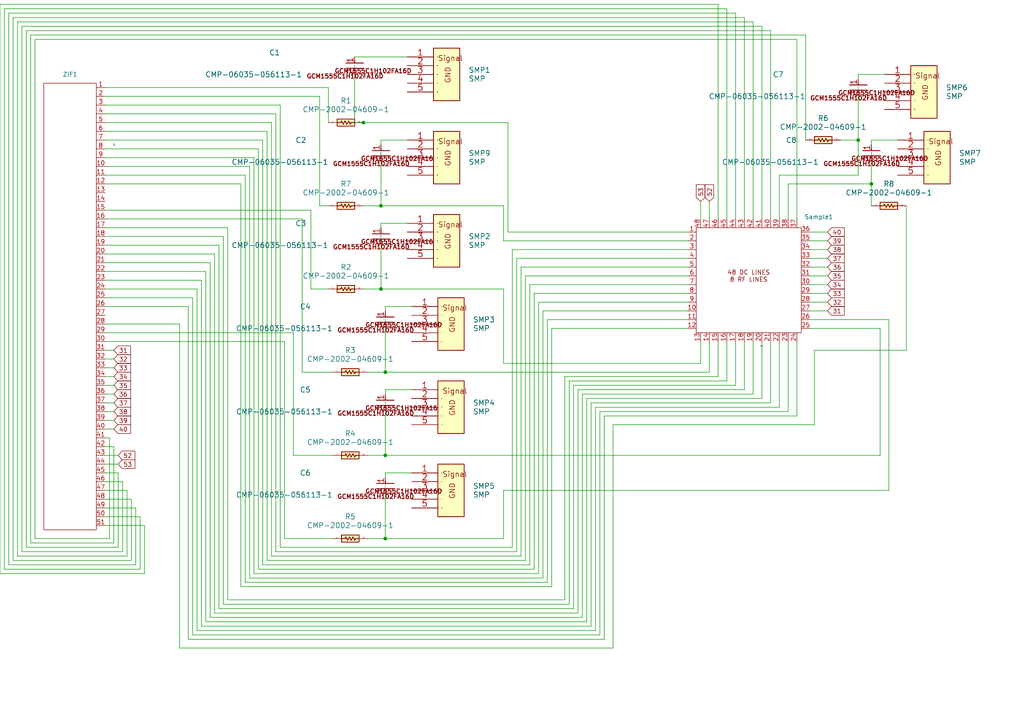
<source format=kicad_sch>
(kicad_sch (version 20230121) (generator eeschema)
  (paper "A4")
  (title_block (title "Wide Carrier PCB") (date "2023-11-02") (rev "v1") (company "Quantum Science and Technology Lab") (comment 1 "By: Marcus Edwards"))
  (lib_symbols
    (symbol "carrier:CMP-06035-056113-1" (pin_names (offset 1.016))
      (property "Reference" "C" (at -4.064 -5.334 0))
      (property "Value" "CMP-06035-056113-1" (at 0 0 0))
      (symbol "CMP-06035-056113-1_0_1"
        (polyline (pts (xy 0 -3.556) (xy 0 -3.81)) (stroke (width 0.254)))
        (polyline (pts (xy 0 -1.778) (xy 0 -1.016)) (stroke (width 0.254)))
        (polyline (pts (xy 2.54 -3.302) (xy -2.54 -3.302)) (stroke (width 0.254)))
        (polyline (pts (xy 2.54 -1.778) (xy -2.54 -1.778)) (stroke (width 0.254)))
        (pin passive line (at 0 0 270) (length 1.778) (name "1") (number "1"))
        (pin passive line (at 0 -5.08 90) (length 1.524) (name "2") (number "2"))
      )
      (symbol "CMP-06035-056113-1_1_1"
        (text "GCM1555C1H102FA16D" (at -2.794 -5.588 0) (effects (font (size 1.27 1.27) bold)))
        (text "GCM1555C1H102FA16D" (at 5.334 -4.064 0) (effects (font (size 1.27 1.27) bold)))
      )
    )
    (symbol "carrier:CMP-2002-04609-1" (pin_names (offset 1.016))
      (property "Reference" "R" (at -0.254 -1.778 0))
      (property "Value" "CMP-2002-04609-1" (at 0 0 0))
      (symbol "CMP-2002-04609-1_0_1"
        (rectangle (start 0 -3.556) (end 5.08 -1.524) (stroke (width 0.254)) (fill (type background)))
        (polyline (pts (xy 5.08 -2.54) (xy 4.064 -2.54) (xy 3.81 -3.048) (xy 3.302 -2.032) (xy 2.794 -3.048) (xy 2.286 -2.032) (xy 1.778 -3.048) (xy 1.27 -2.032) (xy 1.016 -2.54) (xy 0 -2.54)) (stroke (width 0.254)))
        (pin passive line (at -2.54 -2.54 0) (length 2.54) (name "1") (number "1"))
        (pin passive line (at 7.62 -2.54 180) (length 2.54) (name "2") (number "2"))
      )
    )
    (symbol "carrier:SMP" (pin_names (offset 1.016))
      (property "Reference" "SMP" (at 7.62 7.62 0))
      (property "Value" "SMP" (at 7.62 -10.16 0))
      (symbol "SMP_0_1"
        (rectangle (start 7.62 -7.62) (end 15.24 7.62) (stroke (width 0.254)) (fill (type background)))
        (pin passive line (at 0 5.08 0) (length 7.62) (name "1") (number "1"))
        (pin passive line (at 0 2.54 0) (length 7.62) (name "2") (number "2"))
        (pin passive line (at 0 0 0) (length 7.62) (name "3") (number "3"))
        (pin passive line (at 0 -2.54 0) (length 7.62) (name "4") (number "4"))
        (pin passive line (at 0 -5.08 0) (length 7.62) (name "5") (number "5"))
      )
      (symbol "SMP_1_1"
        (text "GND" (at 12.7 -2.54 900) (effects (font (size 1.524 1.524)) (justify left bottom)))
        (text "Signal" (at 8.89 3.81 0) (effects (font (size 1.524 1.524)) (justify left bottom)))
      )
    )
    (symbol "new_carrier:MOLEX_5025985193"
      (property "Reference" "ZIF" (at 0 -12.7 0))
      (symbol "MOLEX_5025985193_1_1"
        (rectangle (start -62.23 -3.81) (end 67.31 -19.05))
        (pin passive line (at -60.96 -1.27 270) (length 2.54) (name "") (number "1"))
        (pin passive line (at -38.1 -1.27 270) (length 2.54) (name "") (number "10"))
        (pin passive line (at -35.56 -1.27 270) (length 2.54) (name "") (number "11"))
        (pin passive line (at -33.02 -1.27 270) (length 2.54) (name "") (number "12"))
        (pin passive line (at -30.48 -1.27 270) (length 2.54) (name "") (number "13"))
        (pin passive line (at -27.94 -1.27 270) (length 2.54) (name "") (number "14"))
        (pin passive line (at -25.4 -1.27 270) (length 2.54) (name "") (number "15"))
        (pin passive line (at -22.86 -1.27 270) (length 2.54) (name "") (number "16"))
        (pin passive line (at -20.32 -1.27 270) (length 2.54) (name "") (number "17"))
        (pin passive line (at -17.78 -1.27 270) (length 2.54) (name "") (number "18"))
        (pin passive line (at -15.24 -1.27 270) (length 2.54) (name "") (number "19"))
        (pin passive line (at -58.42 -1.27 270) (length 2.54) (name "") (number "2"))
        (pin passive line (at -12.7 -1.27 270) (length 2.54) (name "") (number "20"))
        (pin passive line (at -10.16 -1.27 270) (length 2.54) (name "") (number "21"))
        (pin passive line (at -7.62 -1.27 270) (length 2.54) (name "") (number "22"))
        (pin passive line (at -5.08 -1.27 270) (length 2.54) (name "") (number "23"))
        (pin passive line (at -2.54 -1.27 270) (length 2.54) (name "") (number "24"))
        (pin passive line (at 0 -1.27 270) (length 2.54) (name "") (number "25"))
        (pin passive line (at 2.54 -1.27 270) (length 2.54) (name "") (number "26"))
        (pin passive line (at 5.08 -1.27 270) (length 2.54) (name "") (number "27"))
        (pin passive line (at 7.62 -1.27 270) (length 2.54) (name "") (number "28"))
        (pin passive line (at 10.16 -1.27 270) (length 2.54) (name "") (number "29"))
        (pin passive line (at -55.88 -1.27 270) (length 2.54) (name "") (number "3"))
        (pin passive line (at 12.7 -1.27 270) (length 2.54) (name "") (number "30"))
        (pin passive line (at 15.24 -1.27 270) (length 2.54) (name "") (number "31"))
        (pin passive line (at 17.78 -1.27 270) (length 2.54) (name "") (number "32"))
        (pin passive line (at 20.32 -1.27 270) (length 2.54) (name "") (number "33"))
        (pin passive line (at 22.86 -1.27 270) (length 2.54) (name "") (number "34"))
        (pin passive line (at 25.4 -1.27 270) (length 2.54) (name "") (number "35"))
        (pin passive line (at 27.94 -1.27 270) (length 2.54) (name "") (number "36"))
        (pin passive line (at 30.48 -1.27 270) (length 2.54) (name "") (number "37"))
        (pin passive line (at 33.02 -1.27 270) (length 2.54) (name "") (number "38"))
        (pin passive line (at 35.56 -1.27 270) (length 2.54) (name "") (number "39"))
        (pin passive line (at -53.34 -1.27 270) (length 2.54) (name "") (number "4"))
        (pin passive line (at 38.1 -1.27 270) (length 2.54) (name "") (number "40"))
        (pin passive line (at 40.64 -1.27 270) (length 2.54) (name "") (number "41"))
        (pin passive line (at 43.18 -1.27 270) (length 2.54) (name "") (number "42"))
        (pin passive line (at 45.72 -1.27 270) (length 2.54) (name "") (number "43"))
        (pin passive line (at 48.26 -1.27 270) (length 2.54) (name "") (number "44"))
        (pin passive line (at 50.8 -1.27 270) (length 2.54) (name "") (number "45"))
        (pin passive line (at 53.34 -1.27 270) (length 2.54) (name "") (number "46"))
        (pin passive line (at 55.88 -1.27 270) (length 2.54) (name "") (number "47"))
        (pin passive line (at 58.42 -1.27 270) (length 2.54) (name "") (number "48"))
        (pin passive line (at 60.96 -1.27 270) (length 2.54) (name "") (number "49"))
        (pin passive line (at -50.8 -1.27 270) (length 2.54) (name "") (number "5"))
        (pin passive line (at 63.5 -1.27 270) (length 2.54) (name "") (number "50"))
        (pin passive line (at 66.04 -1.27 270) (length 2.54) (name "") (number "51"))
        (pin passive line (at -48.26 -1.27 270) (length 2.54) (name "") (number "6"))
        (pin passive line (at -45.72 -1.27 270) (length 2.54) (name "") (number "7"))
        (pin passive line (at -43.18 -1.27 270) (length 2.54) (name "") (number "8"))
        (pin passive line (at -40.64 -1.27 270) (length 2.54) (name "") (number "9"))
      )
    )
    (symbol "new_carrier:sample" (in_bom no)
      (property "Reference" "Sample" (at 0 -8.89 0))
      (symbol "sample_0_1"
        (rectangle (start -15.24 13.97) (end 15.24 -16.51))
      )
      (symbol "sample_1_1"
        (text "48 DC LINES\n8 RF LINES" (at 0 0 0) (effects (font (size 1.27 1.27))))
        (pin passive line (at -17.78 12.7 0) (length 2.54) (name "") (number "1"))
        (pin passive line (at -17.78 -10.16 0) (length 2.54) (name "") (number "10"))
        (pin passive line (at -17.78 -12.7 0) (length 2.54) (name "") (number "11"))
        (pin passive line (at -17.78 -15.24 0) (length 2.54) (name "") (number "12"))
        (pin passive line (at -13.97 -19.05 90) (length 2.54) (name "") (number "13"))
        (pin passive line (at -11.43 -19.05 90) (length 2.54) (name "") (number "14"))
        (pin passive line (at -8.89 -19.05 90) (length 2.54) (name "") (number "15"))
        (pin passive line (at -6.35 -19.05 90) (length 2.54) (name "") (number "16"))
        (pin passive line (at -3.81 -19.05 90) (length 2.54) (name "") (number "17"))
        (pin passive line (at -1.27 -19.05 90) (length 2.54) (name "") (number "18"))
        (pin passive line (at 1.27 -19.05 90) (length 2.54) (name "") (number "19"))
        (pin passive line (at -17.78 10.16 0) (length 2.54) (name "") (number "2"))
        (pin passive line (at 3.81 -19.05 90) (length 2.54) (name "") (number "20"))
        (pin passive line (at 6.35 -19.05 90) (length 2.54) (name "") (number "21"))
        (pin passive line (at 8.89 -19.05 90) (length 2.54) (name "") (number "22"))
        (pin passive line (at 11.43 -19.05 90) (length 2.54) (name "") (number "23"))
        (pin passive line (at 13.97 -19.05 90) (length 2.54) (name "") (number "24"))
        (pin passive line (at 17.78 -15.24 180) (length 2.54) (name "") (number "25"))
        (pin passive line (at 17.78 -12.7 180) (length 2.54) (name "") (number "26"))
        (pin passive line (at 17.78 -10.16 180) (length 2.54) (name "") (number "27"))
        (pin passive line (at 17.78 -7.62 180) (length 2.54) (name "") (number "28"))
        (pin passive line (at 17.78 -5.08 180) (length 2.54) (name "") (number "29"))
        (pin passive line (at -17.78 7.62 0) (length 2.54) (name "") (number "3"))
        (pin passive line (at 17.78 -2.54 180) (length 2.54) (name "") (number "30"))
        (pin passive line (at 17.78 0 180) (length 2.54) (name "") (number "31"))
        (pin passive line (at 17.78 2.54 180) (length 2.54) (name "") (number "32"))
        (pin passive line (at 17.78 5.08 180) (length 2.54) (name "") (number "33"))
        (pin passive line (at 17.78 7.62 180) (length 2.54) (name "") (number "34"))
        (pin passive line (at 17.78 10.16 180) (length 2.54) (name "") (number "35"))
        (pin passive line (at 17.78 12.7 180) (length 2.54) (name "") (number "36"))
        (pin passive line (at 13.97 16.51 270) (length 2.54) (name "") (number "37"))
        (pin passive line (at 11.43 16.51 270) (length 2.54) (name "") (number "38"))
        (pin passive line (at 8.89 16.51 270) (length 2.54) (name "") (number "39"))
        (pin passive line (at -17.78 5.08 0) (length 2.54) (name "") (number "4"))
        (pin passive line (at 6.35 16.51 270) (length 2.54) (name "") (number "40"))
        (pin passive line (at 3.81 16.51 270) (length 2.54) (name "") (number "41"))
        (pin passive line (at 1.27 16.51 270) (length 2.54) (name "") (number "42"))
        (pin passive line (at -1.27 16.51 270) (length 2.54) (name "") (number "43"))
        (pin passive line (at -3.81 16.51 270) (length 2.54) (name "") (number "44"))
        (pin passive line (at -6.35 16.51 270) (length 2.54) (name "") (number "45"))
        (pin passive line (at -8.89 16.51 270) (length 2.54) (name "") (number "46"))
        (pin passive line (at -11.43 16.51 270) (length 2.54) (name "") (number "47"))
        (pin passive line (at -13.97 16.51 270) (length 2.54) (name "") (number "48"))
        (pin passive line (at -17.78 2.54 0) (length 2.54) (name "") (number "5"))
        (pin passive line (at -17.78 0 0) (length 2.54) (name "") (number "6"))
        (pin passive line (at -17.78 -2.54 0) (length 2.54) (name "") (number "7"))
        (pin passive line (at -17.78 -5.08 0) (length 2.54) (name "") (number "8"))
        (pin passive line (at -17.78 -7.62 0) (length 2.54) (name "") (number "9"))
      )
    )
  )
  (junction (at 111.76 156.21))
  (junction (at 111.76 132.08))
  (junction (at 248.92 40.64))
  (junction (at 110.49 83.82))
  (junction (at 105.41 35.56))
  (junction (at 252.73 53.34))
  (junction (at 110.49 59.69))
  (junction (at 111.76 107.95))
  (wire (pts (xy 157.48 167.64) (xy 157.48 90.17)))
  (wire (pts (xy 148.59 72.39) (xy 199.39 72.39)))
  (wire (pts (xy 8.89 157.48) (xy 8.89 10.16)))
  (wire (pts (xy 2.54 3.81) (xy 2.54 163.83)))
  (wire (pts (xy 30.48 45.72) (xy 73.66 45.72)))
  (wire (pts (xy 5.08 6.35) (xy 5.08 161.29)))
  (wire (pts (xy 30.48 93.98) (xy 52.07 93.98)))
  (wire (pts (xy 87.63 107.95) (xy 96.52 107.95)))
  (wire (pts (xy 36.83 142.24) (xy 30.48 142.24)))
  (wire (pts (xy 173.99 119.38) (xy 228.6 119.38)))
  (wire (pts (xy 234.95 80.01) (xy 240.03 80.01)))
  (wire (pts (xy 40.64 165.1) (xy 40.64 149.86)))
  (wire (pts (xy 2.54 163.83) (xy 39.37 163.83)))
  (wire (pts (xy 33.02 157.48) (xy 8.89 157.48)))
  (wire (pts (xy 82.55 156.21) (xy 96.52 156.21)))
  (wire (pts (xy 163.83 109.22) (xy 208.28 109.22)))
  (wire (pts (xy 30.48 33.02) (xy 80.01 33.02)))
  (wire (pts (xy 146.05 156.21) (xy 146.05 142.24)))
  (wire (pts (xy 73.66 166.37) (xy 156.21 166.37)))
  (wire (pts (xy 30.48 109.22) (xy 33.02 109.22)))
  (wire (pts (xy 30.48 71.12) (xy 63.5 71.12)))
  (wire (pts (xy 31.75 127) (xy 31.75 156.21)))
  (wire (pts (xy 111.76 107.95) (xy 205.74 107.95)))
  (wire (pts (xy 248.92 40.64) (xy 243.84 40.64)))
  (wire (pts (xy 30.48 134.62) (xy 34.29 134.62)))
  (wire (pts (xy 34.29 158.75) (xy 34.29 137.16)))
  (wire (pts (xy 146.05 59.69) (xy 146.05 69.85)))
  (wire (pts (xy 156.21 87.63) (xy 199.39 87.63)))
  (wire (pts (xy 234.95 72.39) (xy 240.03 72.39)))
  (wire (pts (xy 152.4 80.01) (xy 199.39 80.01)))
  (wire (pts (xy 168.91 179.07) (xy 168.91 114.3)))
  (wire (pts (xy 64.77 68.58) (xy 64.77 175.26)))
  (wire (pts (xy 111.76 132.08) (xy 111.76 119.38)))
  (wire (pts (xy 66.04 173.99) (xy 163.83 173.99)))
  (wire (pts (xy 156.21 166.37) (xy 156.21 87.63)))
  (wire (pts (xy 146.05 105.41) (xy 203.2 105.41)))
  (wire (pts (xy 110.49 83.82) (xy 146.05 83.82)))
  (wire (pts (xy 105.41 35.56) (xy 147.32 35.56)))
  (wire (pts (xy 7.62 158.75) (xy 34.29 158.75)))
  (wire (pts (xy 118.11 40.64) (xy 110.49 40.64)))
  (wire (pts (xy 3.81 5.08) (xy 3.81 162.56)))
  (wire (pts (xy 69.85 170.18) (xy 160.02 170.18)))
  (wire (pts (xy 38.1 162.56) (xy 38.1 144.78)))
  (wire (pts (xy 78.74 35.56) (xy 78.74 161.29)))
  (wire (pts (xy 203.2 58.42) (xy 203.2 63.5)))
  (wire (pts (xy 30.48 68.58) (xy 64.77 68.58)))
  (wire (pts (xy 248.92 50.8) (xy 226.06 50.8)))
  (wire (pts (xy 213.36 3.81) (xy 2.54 3.81)))
  (wire (pts (xy 58.42 181.61) (xy 171.45 181.61)))
  (wire (pts (xy 154.94 85.09) (xy 199.39 85.09)))
  (wire (pts (xy 90.17 83.82) (xy 95.25 83.82)))
  (wire (pts (xy 110.49 59.69) (xy 110.49 46.99)))
  (wire (pts (xy 218.44 99.06) (xy 218.44 114.3)))
  (wire (pts (xy 177.8 187.96) (xy 177.8 123.19)))
  (wire (pts (xy 218.44 6.35) (xy 5.08 6.35)))
  (wire (pts (xy 30.48 48.26) (xy 72.39 48.26)))
  (wire (pts (xy 55.88 184.15) (xy 173.99 184.15)))
  (wire (pts (xy 234.95 74.93) (xy 240.03 74.93)))
  (wire (pts (xy 203.2 99.06) (xy 203.2 105.41)))
  (wire (pts (xy 34.29 137.16) (xy 30.48 137.16)))
  (wire (pts (xy 163.83 173.99) (xy 163.83 109.22)))
  (wire (pts (xy 30.48 43.18) (xy 74.93 43.18)))
  (wire (pts (xy 77.47 38.1) (xy 77.47 162.56)))
  (wire (pts (xy 234.95 87.63) (xy 240.03 87.63)))
  (wire (pts (xy 256.54 21.59) (xy 248.92 21.59)))
  (wire (pts (xy 30.48 66.04) (xy 66.04 66.04)))
  (wire (pts (xy 149.86 160.02) (xy 149.86 74.93)))
  (wire (pts (xy 160.02 95.25) (xy 199.39 95.25)))
  (wire (pts (xy 234.95 92.71) (xy 257.81 92.71)))
  (wire (pts (xy 234.95 69.85) (xy 240.03 69.85)))
  (wire (pts (xy 110.49 83.82) (xy 110.49 71.12)))
  (wire (pts (xy 234.95 77.47) (xy 240.03 77.47)))
  (wire (pts (xy 236.22 123.19) (xy 236.22 101.6)))
  (wire (pts (xy 60.96 179.07) (xy 168.91 179.07)))
  (wire (pts (xy 3.81 162.56) (xy 38.1 162.56)))
  (wire (pts (xy 157.48 90.17) (xy 199.39 90.17)))
  (wire (pts (xy 80.01 160.02) (xy 149.86 160.02)))
  (wire (pts (xy 223.52 8.89) (xy 7.62 8.89)))
  (wire (pts (xy 248.92 21.59) (xy 248.92 22.86)))
  (wire (pts (xy 218.44 6.35) (xy 218.44 63.5)))
  (wire (pts (xy 167.64 113.03) (xy 215.9 113.03)))
  (wire (pts (xy 111.76 88.9) (xy 111.76 90.17)))
  (wire (pts (xy 78.74 161.29) (xy 151.13 161.29)))
  (wire (pts (xy 168.91 114.3) (xy 218.44 114.3)))
  (wire (pts (xy 172.72 118.11) (xy 226.06 118.11)))
  (wire (pts (xy 234.95 82.55) (xy 240.03 82.55)))
  (wire (pts (xy 30.48 114.3) (xy 33.02 114.3)))
  (wire (pts (xy 54.61 88.9) (xy 54.61 185.42)))
  (wire (pts (xy 111.76 156.21) (xy 106.68 156.21)))
  (wire (pts (xy 111.76 132.08) (xy 255.27 132.08)))
  (wire (pts (xy 30.48 27.94) (xy 92.71 27.94)))
  (wire (pts (xy 30.48 40.64) (xy 76.2 40.64)))
  (wire (pts (xy 151.13 77.47) (xy 199.39 77.47)))
  (wire (pts (xy 0 166.37) (xy 41.91 166.37)))
  (wire (pts (xy 30.48 78.74) (xy 59.69 78.74)))
  (wire (pts (xy 10.16 11.43) (xy 10.16 156.21)))
  (wire (pts (xy 118.11 16.51) (xy 102.87 16.51)))
  (wire (pts (xy 39.37 147.32) (xy 30.48 147.32)))
  (wire (pts (xy 153.67 163.83) (xy 153.67 82.55)))
  (wire (pts (xy 175.26 120.65) (xy 231.14 120.65)))
  (wire (pts (xy 151.13 161.29) (xy 151.13 77.47)))
  (wire (pts (xy 31.75 127) (xy 30.48 127)))
  (wire (pts (xy 210.82 2.54) (xy 1.27 2.54)))
  (wire (pts (xy 52.07 93.98) (xy 52.07 187.96)))
  (wire (pts (xy 248.92 40.64) (xy 248.92 27.94)))
  (wire (pts (xy 210.82 99.06) (xy 210.82 110.49)))
  (wire (pts (xy 226.06 50.8) (xy 226.06 63.5)))
  (wire (pts (xy 210.82 2.54) (xy 210.82 63.5)))
  (wire (pts (xy 110.49 59.69) (xy 146.05 59.69)))
  (wire (pts (xy 252.73 59.69) (xy 252.73 53.34)))
  (wire (pts (xy 205.74 99.06) (xy 205.74 107.95)))
  (wire (pts (xy 205.74 58.42) (xy 205.74 63.5)))
  (wire (pts (xy 30.48 63.5) (xy 87.63 63.5)))
  (wire (pts (xy 172.72 182.88) (xy 172.72 118.11)))
  (wire (pts (xy 260.35 40.64) (xy 252.73 40.64)))
  (wire (pts (xy 30.48 88.9) (xy 54.61 88.9)))
  (wire (pts (xy 74.93 165.1) (xy 154.94 165.1)))
  (wire (pts (xy 30.48 121.92) (xy 33.02 121.92)))
  (wire (pts (xy 110.49 64.77) (xy 110.49 66.04)))
  (wire (pts (xy 158.75 168.91) (xy 158.75 92.71)))
  (wire (pts (xy 30.48 30.48) (xy 81.28 30.48)))
  (wire (pts (xy 85.09 96.52) (xy 85.09 132.08)))
  (wire (pts (xy 234.95 90.17) (xy 240.03 90.17)))
  (wire (pts (xy 226.06 99.06) (xy 226.06 118.11)))
  (wire (pts (xy 69.85 53.34) (xy 69.85 170.18)))
  (wire (pts (xy 220.98 7.62) (xy 220.98 63.5)))
  (wire (pts (xy 30.48 38.1) (xy 77.47 38.1)))
  (wire (pts (xy 208.28 1.27) (xy 208.28 63.5)))
  (wire (pts (xy 257.81 142.24) (xy 257.81 92.71)))
  (wire (pts (xy 62.23 73.66) (xy 62.23 177.8)))
  (wire (pts (xy 30.48 106.68) (xy 33.02 106.68)))
  (wire (pts (xy 30.48 73.66) (xy 62.23 73.66)))
  (wire (pts (xy 7.62 8.89) (xy 7.62 158.75)))
  (wire (pts (xy 208.28 99.06) (xy 208.28 109.22)))
  (wire (pts (xy 76.2 40.64) (xy 76.2 163.83)))
  (wire (pts (xy 118.11 64.77) (xy 110.49 64.77)))
  (wire (pts (xy 57.15 182.88) (xy 172.72 182.88)))
  (wire (pts (xy 158.75 92.71) (xy 199.39 92.71)))
  (wire (pts (xy 30.48 50.8) (xy 71.12 50.8)))
  (wire (pts (xy 215.9 5.08) (xy 215.9 63.5)))
  (wire (pts (xy 248.92 50.8) (xy 248.92 40.64)))
  (wire (pts (xy 119.38 113.03) (xy 111.76 113.03)))
  (wire (pts (xy 154.94 165.1) (xy 154.94 85.09)))
  (wire (pts (xy 66.04 66.04) (xy 66.04 173.99)))
  (wire (pts (xy 72.39 167.64) (xy 157.48 167.64)))
  (wire (pts (xy 146.05 83.82) (xy 146.05 105.41)))
  (wire (pts (xy 110.49 40.64) (xy 110.49 41.91)))
  (wire (pts (xy 71.12 50.8) (xy 71.12 168.91)))
  (wire (pts (xy 60.96 76.2) (xy 60.96 179.07)))
  (wire (pts (xy 58.42 81.28) (xy 58.42 181.61)))
  (wire (pts (xy 30.48 76.2) (xy 60.96 76.2)))
  (wire (pts (xy 63.5 71.12) (xy 63.5 176.53)))
  (wire (pts (xy 74.93 43.18) (xy 74.93 165.1)))
  (wire (pts (xy 30.48 53.34) (xy 69.85 53.34)))
  (wire (pts (xy 220.98 99.06) (xy 220.98 115.57)))
  (wire (pts (xy 38.1 144.78) (xy 30.48 144.78)))
  (wire (pts (xy 105.41 59.69) (xy 110.49 59.69)))
  (wire (pts (xy 85.09 132.08) (xy 96.52 132.08)))
  (wire (pts (xy 111.76 156.21) (xy 146.05 156.21)))
  (wire (pts (xy 76.2 163.83) (xy 153.67 163.83)))
  (wire (pts (xy 6.35 160.02) (xy 35.56 160.02)))
  (wire (pts (xy 54.61 185.42) (xy 175.26 185.42)))
  (wire (pts (xy 167.64 177.8) (xy 167.64 113.03)))
  (wire (pts (xy 228.6 99.06) (xy 228.6 119.38)))
  (wire (pts (xy 71.12 168.91) (xy 158.75 168.91)))
  (wire (pts (xy 55.88 86.36) (xy 55.88 184.15)))
  (wire (pts (xy 228.6 53.34) (xy 252.73 53.34)))
  (wire (pts (xy 30.48 96.52) (xy 85.09 96.52)))
  (wire (pts (xy 35.56 160.02) (xy 35.56 139.7)))
  (wire (pts (xy 72.39 48.26) (xy 72.39 167.64)))
  (wire (pts (xy 30.48 132.08) (xy 34.29 132.08)))
  (wire (pts (xy 165.1 110.49) (xy 210.82 110.49)))
  (wire (pts (xy 33.02 129.54) (xy 30.48 129.54)))
  (wire (pts (xy 111.76 107.95) (xy 106.68 107.95)))
  (wire (pts (xy 147.32 35.56) (xy 147.32 67.31)))
  (wire (pts (xy 5.08 161.29) (xy 36.83 161.29)))
  (wire (pts (xy 57.15 83.82) (xy 57.15 182.88)))
  (wire (pts (xy 111.76 113.03) (xy 111.76 114.3)))
  (wire (pts (xy 90.17 60.96) (xy 90.17 83.82)))
  (wire (pts (xy 62.23 177.8) (xy 167.64 177.8)))
  (wire (pts (xy 30.48 116.84) (xy 33.02 116.84)))
  (wire (pts (xy 30.48 81.28) (xy 58.42 81.28)))
  (wire (pts (xy 153.67 82.55) (xy 199.39 82.55)))
  (wire (pts (xy 175.26 185.42) (xy 175.26 120.65)))
  (wire (pts (xy 147.32 67.31) (xy 199.39 67.31)))
  (wire (pts (xy 223.52 8.89) (xy 223.52 63.5)))
  (wire (pts (xy 213.36 3.81) (xy 213.36 63.5)))
  (wire (pts (xy 92.71 27.94) (xy 92.71 59.69)))
  (wire (pts (xy 262.89 59.69) (xy 262.89 101.6)))
  (wire (pts (xy 102.87 35.56) (xy 102.87 21.59)))
  (wire (pts (xy 30.48 99.06) (xy 82.55 99.06)))
  (wire (pts (xy 208.28 1.27) (xy 0 1.27)))
  (wire (pts (xy 40.64 149.86) (xy 30.48 149.86)))
  (wire (pts (xy 173.99 184.15) (xy 173.99 119.38)))
  (wire (pts (xy 30.48 119.38) (xy 33.02 119.38)))
  (wire (pts (xy 119.38 137.16) (xy 111.76 137.16)))
  (wire (pts (xy 111.76 132.08) (xy 106.68 132.08)))
  (wire (pts (xy 213.36 99.06) (xy 213.36 111.76)))
  (wire (pts (xy 30.48 111.76) (xy 33.02 111.76)))
  (wire (pts (xy 149.86 74.93) (xy 199.39 74.93)))
  (wire (pts (xy 234.95 95.25) (xy 255.27 95.25)))
  (wire (pts (xy 215.9 99.06) (xy 215.9 113.03)))
  (wire (pts (xy 262.89 101.6) (xy 236.22 101.6)))
  (wire (pts (xy 233.68 10.16) (xy 233.68 40.64)))
  (wire (pts (xy 35.56 139.7) (xy 30.48 139.7)))
  (wire (pts (xy 223.52 99.06) (xy 223.52 116.84)))
  (wire (pts (xy 255.27 132.08) (xy 255.27 95.25)))
  (wire (pts (xy 111.76 156.21) (xy 111.76 143.51)))
  (wire (pts (xy 1.27 165.1) (xy 40.64 165.1)))
  (wire (pts (xy 52.07 187.96) (xy 177.8 187.96)))
  (wire (pts (xy 0 1.27) (xy 0 166.37)))
  (wire (pts (xy 30.48 104.14) (xy 33.02 104.14)))
  (wire (pts (xy 146.05 142.24) (xy 257.81 142.24)))
  (wire (pts (xy 33.02 129.54) (xy 33.02 157.48)))
  (wire (pts (xy 111.76 137.16) (xy 111.76 138.43)))
  (wire (pts (xy 81.28 30.48) (xy 81.28 158.75)))
  (wire (pts (xy 30.48 60.96) (xy 90.17 60.96)))
  (wire (pts (xy 228.6 53.34) (xy 228.6 63.5)))
  (wire (pts (xy 30.48 83.82) (xy 57.15 83.82)))
  (wire (pts (xy 77.47 162.56) (xy 152.4 162.56)))
  (wire (pts (xy 160.02 170.18) (xy 160.02 95.25)))
  (wire (pts (xy 119.38 88.9) (xy 111.76 88.9)))
  (wire (pts (xy 231.14 99.06) (xy 231.14 120.65)))
  (wire (pts (xy 252.73 53.34) (xy 252.73 46.99)))
  (wire (pts (xy 102.87 35.56) (xy 105.41 35.56)))
  (wire (pts (xy 39.37 163.83) (xy 39.37 147.32)))
  (wire (pts (xy 148.59 158.75) (xy 148.59 72.39)))
  (wire (pts (xy 73.66 45.72) (xy 73.66 166.37)))
  (wire (pts (xy 146.05 69.85) (xy 199.39 69.85)))
  (wire (pts (xy 166.37 176.53) (xy 166.37 111.76)))
  (wire (pts (xy 234.95 85.09) (xy 240.03 85.09)))
  (wire (pts (xy 59.69 180.34) (xy 170.18 180.34)))
  (wire (pts (xy 92.71 59.69) (xy 95.25 59.69)))
  (wire (pts (xy 177.8 123.19) (xy 236.22 123.19)))
  (wire (pts (xy 41.91 166.37) (xy 41.91 152.4)))
  (wire (pts (xy 166.37 111.76) (xy 213.36 111.76)))
  (wire (pts (xy 36.83 161.29) (xy 36.83 142.24)))
  (wire (pts (xy 41.91 152.4) (xy 30.48 152.4)))
  (wire (pts (xy 82.55 99.06) (xy 82.55 156.21)))
  (wire (pts (xy 171.45 116.84) (xy 223.52 116.84)))
  (wire (pts (xy 63.5 176.53) (xy 166.37 176.53)))
  (wire (pts (xy 30.48 86.36) (xy 55.88 86.36)))
  (wire (pts (xy 215.9 5.08) (xy 3.81 5.08)))
  (wire (pts (xy 80.01 33.02) (xy 80.01 160.02)))
  (wire (pts (xy 170.18 115.57) (xy 220.98 115.57)))
  (wire (pts (xy 30.48 35.56) (xy 78.74 35.56)))
  (wire (pts (xy 30.48 124.46) (xy 33.02 124.46)))
  (wire (pts (xy 234.95 67.31) (xy 240.03 67.31)))
  (wire (pts (xy 170.18 180.34) (xy 170.18 115.57)))
  (wire (pts (xy 59.69 78.74) (xy 59.69 180.34)))
  (wire (pts (xy 8.89 10.16) (xy 233.68 10.16)))
  (wire (pts (xy 111.76 107.95) (xy 111.76 95.25)))
  (wire (pts (xy 231.14 11.43) (xy 231.14 63.5)))
  (wire (pts (xy 171.45 181.61) (xy 171.45 116.84)))
  (wire (pts (xy 231.14 11.43) (xy 10.16 11.43)))
  (wire (pts (xy 64.77 175.26) (xy 165.1 175.26)))
  (wire (pts (xy 220.98 7.62) (xy 6.35 7.62)))
  (wire (pts (xy 81.28 158.75) (xy 148.59 158.75)))
  (wire (pts (xy 30.48 25.4) (xy 95.25 25.4)))
  (wire (pts (xy 30.48 101.6) (xy 33.02 101.6)))
  (wire (pts (xy 10.16 156.21) (xy 31.75 156.21)))
  (wire (pts (xy 252.73 40.64) (xy 252.73 41.91)))
  (wire (pts (xy 152.4 162.56) (xy 152.4 80.01)))
  (wire (pts (xy 110.49 83.82) (xy 105.41 83.82)))
  (wire (pts (xy 1.27 2.54) (xy 1.27 165.1)))
  (wire (pts (xy 165.1 175.26) (xy 165.1 110.49)))
  (wire (pts (xy 6.35 7.62) (xy 6.35 160.02)))
  (wire (pts (xy 95.25 25.4) (xy 95.25 35.56)))
  (wire (pts (xy 87.63 63.5) (xy 87.63 107.95)))
  (global_label "38" (shape input) (at 33.02 119.38 0) (property "Intersheetrefs" "${INTERSHEET_REFS}" (effects hide)))
  (global_label "37" (shape input) (at 240.03 74.93 0) (property "Intersheetrefs" "${INTERSHEET_REFS}" (effects hide)))
  (global_label "39" (shape input) (at 33.02 121.92 0) (property "Intersheetrefs" "${INTERSHEET_REFS}" (effects hide)))
  (global_label "52" (shape input) (at 34.29 132.08 0) (property "Intersheetrefs" "${INTERSHEET_REFS}" (effects hide)))
  (global_label "36" (shape input) (at 240.03 77.47 0) (property "Intersheetrefs" "${INTERSHEET_REFS}" (effects hide)))
  (global_label "33" (shape input) (at 240.03 85.09 0) (property "Intersheetrefs" "${INTERSHEET_REFS}" (effects hide)))
  (global_label "53" (shape input) (at 34.29 134.62 0) (property "Intersheetrefs" "${INTERSHEET_REFS}" (effects hide)))
  (global_label "40" (shape input) (at 33.02 124.46 0) (property "Intersheetrefs" "${INTERSHEET_REFS}" (effects hide)))
  (global_label "36" (shape input) (at 33.02 114.3 0) (property "Intersheetrefs" "${INTERSHEET_REFS}" (effects hide)))
  (global_label "38" (shape input) (at 240.03 72.39 0) (property "Intersheetrefs" "${INTERSHEET_REFS}" (effects hide)))
  (global_label "31" (shape input) (at 240.03 90.17 0) (property "Intersheetrefs" "${INTERSHEET_REFS}" (effects hide)))
  (global_label "31" (shape input) (at 33.02 101.6 0) (property "Intersheetrefs" "${INTERSHEET_REFS}" (effects hide)))
  (global_label "32" (shape input) (at 33.02 104.14 0) (property "Intersheetrefs" "${INTERSHEET_REFS}" (effects hide)))
  (global_label "37" (shape input) (at 33.02 116.84 0) (property "Intersheetrefs" "${INTERSHEET_REFS}" (effects hide)))
  (global_label "35" (shape input) (at 33.02 111.76 0) (property "Intersheetrefs" "${INTERSHEET_REFS}" (effects hide)))
  (global_label "33" (shape input) (at 33.02 106.68 0) (property "Intersheetrefs" "${INTERSHEET_REFS}" (effects hide)))
  (global_label "53" (shape input) (at 203.2 58.42 90) (property "Intersheetrefs" "${INTERSHEET_REFS}" (effects hide)))
  (global_label "52" (shape input) (at 205.74 58.42 90) (property "Intersheetrefs" "${INTERSHEET_REFS}" (effects hide)))
  (global_label "32" (shape input) (at 240.03 87.63 0) (property "Intersheetrefs" "${INTERSHEET_REFS}" (effects hide)))
  (global_label "35" (shape input) (at 240.03 80.01 0) (property "Intersheetrefs" "${INTERSHEET_REFS}" (effects hide)))
  (global_label "40" (shape input) (at 240.03 67.31 0) (property "Intersheetrefs" "${INTERSHEET_REFS}" (effects hide)))
  (global_label "34" (shape input) (at 240.03 82.55 0) (property "Intersheetrefs" "${INTERSHEET_REFS}" (effects hide)))
  (global_label "39" (shape input) (at 240.03 69.85 0) (property "Intersheetrefs" "${INTERSHEET_REFS}" (effects hide)))
  (global_label "34" (shape input) (at 33.02 109.22 0) (property "Intersheetrefs" "${INTERSHEET_REFS}" (effects hide)))
  (symbol (lib_id "carrier:CMP-06035-056113-1") (at 110.49 66.04 0) (unit 1)
    (property "Reference" "C3" (at 88.9 64.7928 0) (effects (font (size 1.524 1.524)) (justify right)))
    (property "Value" "CMP-06035-056113-1" (at 95.25 71.1428 0) (effects (font (size 1.524 1.524)) (justify right)))
    (property "Footprint" "PcbLib_narrow_v2:CAPC1005X06N" (effects hide))
  )
  (symbol (lib_id "carrier:SMP") (at 118.11 21.59 0) (unit 1)
    (property "Reference" "SMP1" (at 135.89 20.32 0) (effects (font (size 1.524 1.524)) (justify left)))
    (property "Value" "SMP" (at 135.89 22.86 0) (effects (font (size 1.524 1.524)) (justify left)))
    (property "Footprint" "PcbLib_narrow_v2:581-M25-113L461" (effects hide))
  )
  (symbol (lib_id "carrier:CMP-2002-04609-1") (at 97.79 57.15 0) (unit 1)
    (property "Reference" "R7" (at 100.33 53.34 0) (effects (font (size 1.524 1.524))))
    (property "Value" "CMP-2002-04609-1" (at 100.33 55.88 0) (effects (font (size 1.524 1.524))))
    (property "Footprint" "PcbLib_narrow_v2:RESC1005X04N" (effects hide))
  )
  (symbol (lib_id "carrier:SMP") (at 260.35 45.72 0) (unit 1)
    (property "Reference" "SMP7" (at 278.13 44.45 0) (effects (font (size 1.524 1.524)) (justify left)))
    (property "Value" "SMP" (at 278.13 46.99 0) (effects (font (size 1.524 1.524)) (justify left)))
    (property "Footprint" "PcbLib_narrow_v2:581-M25-113L461" (effects hide))
  )
  (symbol (lib_id "carrier:SMP") (at 256.54 26.67 0) (unit 1)
    (property "Reference" "SMP6" (at 274.32 25.4 0) (effects (font (size 1.524 1.524)) (justify left)))
    (property "Value" "SMP" (at 274.32 27.94 0) (effects (font (size 1.524 1.524)) (justify left)))
    (property "Footprint" "PcbLib_narrow_v2:581-M25-113L461" (effects hide))
  )
  (symbol (lib_id "carrier:SMP") (at 119.38 142.24 0) (unit 1)
    (property "Reference" "SMP5" (at 137.16 140.97 0) (effects (font (size 1.524 1.524)) (justify left)))
    (property "Value" "SMP" (at 137.16 143.51 0) (effects (font (size 1.524 1.524)) (justify left)))
    (property "Footprint" "PcbLib_narrow_v2:581-M25-113L461" (effects hide))
  )
  (symbol (lib_id "carrier:SMP") (at 119.38 93.98 0) (unit 1)
    (property "Reference" "SMP3" (at 137.16 92.71 0) (effects (font (size 1.524 1.524)) (justify left)))
    (property "Value" "SMP" (at 137.16 95.25 0) (effects (font (size 1.524 1.524)) (justify left)))
    (property "Footprint" "PcbLib_narrow_v2:581-M25-113L461" (effects hide))
  )
  (symbol (lib_id "carrier:CMP-2002-04609-1") (at 97.79 81.28 0) (unit 1)
    (property "Reference" "R2" (at 100.33 77.47 0) (effects (font (size 1.524 1.524))))
    (property "Value" "CMP-2002-04609-1" (at 100.33 80.01 0) (effects (font (size 1.524 1.524))))
    (property "Footprint" "PcbLib_narrow_v2:RESC1005X04N" (effects hide))
  )
  (symbol (lib_id "carrier:CMP-2002-04609-1") (at 99.06 105.41 0) (unit 1)
    (property "Reference" "R3" (at 101.6 101.6 0) (effects (font (size 1.524 1.524))))
    (property "Value" "CMP-2002-04609-1" (at 101.6 104.14 0) (effects (font (size 1.524 1.524))))
    (property "Footprint" "PcbLib_narrow_v2:RESC1005X04N" (effects hide))
  )
  (symbol (lib_id "carrier:SMP") (at 119.38 118.11 0) (unit 1)
    (property "Reference" "SMP4" (at 137.16 116.84 0) (effects (font (size 1.524 1.524)) (justify left)))
    (property "Value" "SMP" (at 137.16 119.38 0) (effects (font (size 1.524 1.524)) (justify left)))
    (property "Footprint" "PcbLib_narrow_v2:581-M25-113L461" (effects hide))
  )
  (symbol (lib_id "carrier:CMP-2002-04609-1") (at 255.27 57.15 0) (unit 1)
    (property "Reference" "R8" (at 257.81 53.34 0) (effects (font (size 1.524 1.524))))
    (property "Value" "CMP-2002-04609-1" (at 257.81 55.88 0) (effects (font (size 1.524 1.524))))
    (property "Footprint" "PcbLib_narrow_v2:RESC1005X04N" (effects hide))
  )
  (symbol (lib_id "new_carrier:MOLEX_5025985193") (at 31.75 86.36 270) (unit 1)
    (property "Reference" "ZIF1" (at 20.32 21.59 90))
    (property "Value" "~" (at 33.02 41.91 0))
    (property "Footprint" "Molex_5025985193 (zif51):5025985193" (effects hide))
  )
  (symbol (lib_id "carrier:SMP") (at 118.11 69.85 0) (unit 1)
    (property "Reference" "SMP2" (at 135.89 68.58 0) (effects (font (size 1.524 1.524)) (justify left)))
    (property "Value" "SMP" (at 135.89 71.12 0) (effects (font (size 1.524 1.524)) (justify left)))
    (property "Footprint" "PcbLib_narrow_v2:581-M25-113L461" (effects hide))
  )
  (symbol (lib_id "carrier:CMP-06035-056113-1") (at 111.76 138.43 0) (unit 1)
    (property "Reference" "C6" (at 90.17 137.1828 0) (effects (font (size 1.524 1.524)) (justify right)))
    (property "Value" "CMP-06035-056113-1" (at 96.52 143.5328 0) (effects (font (size 1.524 1.524)) (justify right)))
    (property "Footprint" "PcbLib_narrow_v2:CAPC1005X06N" (effects hide))
  )
  (symbol (lib_id "carrier:CMP-2002-04609-1") (at 97.79 33.02 0) (unit 1)
    (property "Reference" "R1" (at 100.33 29.21 0) (effects (font (size 1.524 1.524))))
    (property "Value" "CMP-2002-04609-1" (at 100.33 31.75 0) (effects (font (size 1.524 1.524))))
    (property "Footprint" "PcbLib_narrow_v2:RESC1005X04N" (effects hide))
  )
  (symbol (lib_id "carrier:CMP-06035-056113-1") (at 111.76 114.3 0) (unit 1)
    (property "Reference" "C5" (at 90.17 113.0528 0) (effects (font (size 1.524 1.524)) (justify right)))
    (property "Value" "CMP-06035-056113-1" (at 96.52 119.4028 0) (effects (font (size 1.524 1.524)) (justify right)))
    (property "Footprint" "PcbLib_narrow_v2:CAPC1005X06N" (effects hide))
  )
  (symbol (lib_id "carrier:CMP-06035-056113-1") (at 110.49 41.91 0) (unit 1)
    (property "Reference" "C2" (at 88.9 40.6628 0) (effects (font (size 1.524 1.524)) (justify right)))
    (property "Value" "CMP-06035-056113-1" (at 95.25 47.0128 0) (effects (font (size 1.524 1.524)) (justify right)))
    (property "Footprint" "PcbLib_narrow_v2:CAPC1005X06N" (effects hide))
  )
  (symbol (lib_id "carrier:CMP-2002-04609-1") (at 236.22 38.1 0) (unit 1)
    (property "Reference" "R6" (at 238.76 34.29 0) (effects (font (size 1.524 1.524))))
    (property "Value" "CMP-2002-04609-1" (at 238.76 36.83 0) (effects (font (size 1.524 1.524))))
    (property "Footprint" "PcbLib_narrow_v2:RESC1005X04N" (effects hide))
  )
  (symbol (lib_id "carrier:CMP-06035-056113-1") (at 102.87 16.51 0) (unit 1)
    (property "Reference" "C1" (at 81.28 15.2628 0) (effects (font (size 1.524 1.524)) (justify right)))
    (property "Value" "CMP-06035-056113-1" (at 87.63 21.6128 0) (effects (font (size 1.524 1.524)) (justify right)))
    (property "Footprint" "PcbLib_narrow_v2:CAPC1005X06N" (effects hide))
  )
  (symbol (lib_id "carrier:CMP-06035-056113-1") (at 252.73 41.91 0) (unit 1)
    (property "Reference" "C8" (at 231.14 40.6628 0) (effects (font (size 1.524 1.524)) (justify right)))
    (property "Value" "CMP-06035-056113-1" (at 237.49 47.0128 0) (effects (font (size 1.524 1.524)) (justify right)))
    (property "Footprint" "PcbLib_narrow_v2:CAPC1005X06N" (effects hide))
  )
  (symbol (lib_id "carrier:CMP-06035-056113-1") (at 111.76 90.17 0) (unit 1)
    (property "Reference" "C4" (at 90.17 88.9228 0) (effects (font (size 1.524 1.524)) (justify right)))
    (property "Value" "CMP-06035-056113-1" (at 96.52 95.2728 0) (effects (font (size 1.524 1.524)) (justify right)))
    (property "Footprint" "PcbLib_narrow_v2:CAPC1005X06N" (effects hide))
  )
  (symbol (lib_id "carrier:CMP-2002-04609-1") (at 99.06 129.54 0) (unit 1)
    (property "Reference" "R4" (at 101.6 125.73 0) (effects (font (size 1.524 1.524))))
    (property "Value" "CMP-2002-04609-1" (at 101.6 128.27 0) (effects (font (size 1.524 1.524))))
    (property "Footprint" "PcbLib_narrow_v2:RESC1005X04N" (effects hide))
  )
  (symbol (lib_id "carrier:SMP") (at 118.11 45.72 0) (unit 1)
    (property "Reference" "SMP9" (at 135.89 44.45 0) (effects (font (size 1.524 1.524)) (justify left)))
    (property "Value" "SMP" (at 135.89 46.99 0) (effects (font (size 1.524 1.524)) (justify left)))
    (property "Footprint" "PcbLib_narrow_v2:581-M25-113L461" (effects hide))
  )
  (symbol (lib_id "carrier:CMP-2002-04609-1") (at 99.06 153.67 0) (unit 1)
    (property "Reference" "R5" (at 101.6 149.86 0) (effects (font (size 1.524 1.524))))
    (property "Value" "CMP-2002-04609-1" (at 101.6 152.4 0) (effects (font (size 1.524 1.524))))
    (property "Footprint" "PcbLib_narrow_v2:RESC1005X04N" (effects hide))
  )
  (symbol (lib_id "carrier:CMP-06035-056113-1") (at 248.92 22.86 0) (unit 1)
    (property "Reference" "C7" (at 227.33 21.6128 0) (effects (font (size 1.524 1.524)) (justify right)))
    (property "Value" "CMP-06035-056113-1" (at 233.68 27.9628 0) (effects (font (size 1.524 1.524)) (justify right)))
    (property "Footprint" "PcbLib_narrow_v2:CAPC1005X06N" (effects hide))
  )
  (symbol (lib_id "new_carrier:sample") (at 217.17 80.01 0) (unit 1) (in_bom no)
    (property "Reference" "Sample1" (at 237.49 62.9219 0))
    (property "Value" "~" (at 220.98 100.33 0))
    (property "Footprint" "PcbLib_narrow_v2:sample" (effects hide))
  )
)
</source>
